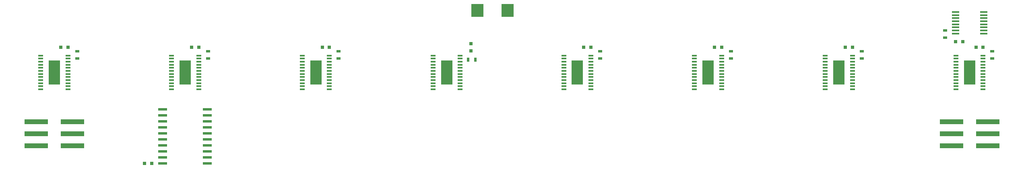
<source format=gbr>
G04 #@! TF.GenerationSoftware,KiCad,Pcbnew,(6.0.0-rc1-dev-557-ge985f797c)*
G04 #@! TF.CreationDate,2021-03-05T01:29:39+01:00*
G04 #@! TF.ProjectId,16seg_Module,31367365675F4D6F64756C652E6B6963,1.0*
G04 #@! TF.SameCoordinates,Original*
G04 #@! TF.FileFunction,Paste,Top*
G04 #@! TF.FilePolarity,Positive*
%FSLAX46Y46*%
G04 Gerber Fmt 4.6, Leading zero omitted, Abs format (unit mm)*
G04 Created by KiCad (PCBNEW (6.0.0-rc1-dev-557-ge985f797c)) date 03/05/21 01:29:39*
%MOMM*%
%LPD*%
G01*
G04 APERTURE LIST*
%ADD10R,5.000000X1.000000*%
%ADD11R,1.500000X0.450000*%
%ADD12R,2.400000X5.160000*%
%ADD13R,1.100000X0.400000*%
%ADD14R,1.950000X0.600000*%
%ADD15R,0.900000X0.500000*%
%ADD16R,0.500000X0.900000*%
%ADD17R,0.800000X0.750000*%
%ADD18R,0.750000X0.800000*%
%ADD19R,2.550000X2.700000*%
G04 APERTURE END LIST*
D10*
G04 #@! TO.C,J2*
X56810000Y-74040000D03*
X49190000Y-74040000D03*
X56810000Y-71500000D03*
X49190000Y-71500000D03*
X56810000Y-68960000D03*
X49190000Y-68960000D03*
G04 #@! TD*
D11*
G04 #@! TO.C,U10*
X248450000Y-50275000D03*
X248450000Y-49625000D03*
X248450000Y-48975000D03*
X248450000Y-48325000D03*
X248450000Y-47675000D03*
X248450000Y-47025000D03*
X248450000Y-46375000D03*
X248450000Y-45725000D03*
X242550000Y-45725000D03*
X242550000Y-46375000D03*
X242550000Y-47025000D03*
X242550000Y-47675000D03*
X242550000Y-48325000D03*
X242550000Y-48975000D03*
X242550000Y-49625000D03*
X242550000Y-50275000D03*
G04 #@! TD*
D10*
G04 #@! TO.C,J3*
X249310000Y-74040000D03*
X241690000Y-74040000D03*
X249310000Y-71500000D03*
X241690000Y-71500000D03*
X249310000Y-68960000D03*
X241690000Y-68960000D03*
G04 #@! TD*
D12*
G04 #@! TO.C,U18*
X53000000Y-58500000D03*
D13*
X50150000Y-54925000D03*
X50150000Y-55575000D03*
X50150000Y-56225000D03*
X50150000Y-56875000D03*
X50150000Y-57525000D03*
X50150000Y-58175000D03*
X50150000Y-58825000D03*
X50150000Y-59475000D03*
X50150000Y-60125000D03*
X50150000Y-60775000D03*
X50150000Y-61425000D03*
X50150000Y-62075000D03*
X55850000Y-62075000D03*
X55850000Y-61425000D03*
X55850000Y-60775000D03*
X55850000Y-60125000D03*
X55850000Y-59475000D03*
X55850000Y-58825000D03*
X55850000Y-58175000D03*
X55850000Y-57525000D03*
X55850000Y-56875000D03*
X55850000Y-56225000D03*
X55850000Y-55575000D03*
X55850000Y-54925000D03*
G04 #@! TD*
D12*
G04 #@! TO.C,U17*
X80500000Y-58500000D03*
D13*
X77650000Y-54925000D03*
X77650000Y-55575000D03*
X77650000Y-56225000D03*
X77650000Y-56875000D03*
X77650000Y-57525000D03*
X77650000Y-58175000D03*
X77650000Y-58825000D03*
X77650000Y-59475000D03*
X77650000Y-60125000D03*
X77650000Y-60775000D03*
X77650000Y-61425000D03*
X77650000Y-62075000D03*
X83350000Y-62075000D03*
X83350000Y-61425000D03*
X83350000Y-60775000D03*
X83350000Y-60125000D03*
X83350000Y-59475000D03*
X83350000Y-58825000D03*
X83350000Y-58175000D03*
X83350000Y-57525000D03*
X83350000Y-56875000D03*
X83350000Y-56225000D03*
X83350000Y-55575000D03*
X83350000Y-54925000D03*
G04 #@! TD*
D12*
G04 #@! TO.C,U16*
X108000000Y-58500000D03*
D13*
X105150000Y-54925000D03*
X105150000Y-55575000D03*
X105150000Y-56225000D03*
X105150000Y-56875000D03*
X105150000Y-57525000D03*
X105150000Y-58175000D03*
X105150000Y-58825000D03*
X105150000Y-59475000D03*
X105150000Y-60125000D03*
X105150000Y-60775000D03*
X105150000Y-61425000D03*
X105150000Y-62075000D03*
X110850000Y-62075000D03*
X110850000Y-61425000D03*
X110850000Y-60775000D03*
X110850000Y-60125000D03*
X110850000Y-59475000D03*
X110850000Y-58825000D03*
X110850000Y-58175000D03*
X110850000Y-57525000D03*
X110850000Y-56875000D03*
X110850000Y-56225000D03*
X110850000Y-55575000D03*
X110850000Y-54925000D03*
G04 #@! TD*
D12*
G04 #@! TO.C,U15*
X135500000Y-58500000D03*
D13*
X132650000Y-54925000D03*
X132650000Y-55575000D03*
X132650000Y-56225000D03*
X132650000Y-56875000D03*
X132650000Y-57525000D03*
X132650000Y-58175000D03*
X132650000Y-58825000D03*
X132650000Y-59475000D03*
X132650000Y-60125000D03*
X132650000Y-60775000D03*
X132650000Y-61425000D03*
X132650000Y-62075000D03*
X138350000Y-62075000D03*
X138350000Y-61425000D03*
X138350000Y-60775000D03*
X138350000Y-60125000D03*
X138350000Y-59475000D03*
X138350000Y-58825000D03*
X138350000Y-58175000D03*
X138350000Y-57525000D03*
X138350000Y-56875000D03*
X138350000Y-56225000D03*
X138350000Y-55575000D03*
X138350000Y-54925000D03*
G04 #@! TD*
D14*
G04 #@! TO.C,U9*
X85200000Y-77715000D03*
X85200000Y-76445000D03*
X85200000Y-75175000D03*
X85200000Y-73905000D03*
X85200000Y-72635000D03*
X85200000Y-71365000D03*
X85200000Y-70095000D03*
X85200000Y-68825000D03*
X85200000Y-67555000D03*
X85200000Y-66285000D03*
X75800000Y-66285000D03*
X75800000Y-67555000D03*
X75800000Y-68825000D03*
X75800000Y-70095000D03*
X75800000Y-71365000D03*
X75800000Y-72635000D03*
X75800000Y-73905000D03*
X75800000Y-75175000D03*
X75800000Y-76445000D03*
X75800000Y-77715000D03*
G04 #@! TD*
D12*
G04 #@! TO.C,U8*
X163000000Y-58500000D03*
D13*
X160150000Y-54925000D03*
X160150000Y-55575000D03*
X160150000Y-56225000D03*
X160150000Y-56875000D03*
X160150000Y-57525000D03*
X160150000Y-58175000D03*
X160150000Y-58825000D03*
X160150000Y-59475000D03*
X160150000Y-60125000D03*
X160150000Y-60775000D03*
X160150000Y-61425000D03*
X160150000Y-62075000D03*
X165850000Y-62075000D03*
X165850000Y-61425000D03*
X165850000Y-60775000D03*
X165850000Y-60125000D03*
X165850000Y-59475000D03*
X165850000Y-58825000D03*
X165850000Y-58175000D03*
X165850000Y-57525000D03*
X165850000Y-56875000D03*
X165850000Y-56225000D03*
X165850000Y-55575000D03*
X165850000Y-54925000D03*
G04 #@! TD*
D12*
G04 #@! TO.C,U7*
X190500000Y-58500000D03*
D13*
X187650000Y-54925000D03*
X187650000Y-55575000D03*
X187650000Y-56225000D03*
X187650000Y-56875000D03*
X187650000Y-57525000D03*
X187650000Y-58175000D03*
X187650000Y-58825000D03*
X187650000Y-59475000D03*
X187650000Y-60125000D03*
X187650000Y-60775000D03*
X187650000Y-61425000D03*
X187650000Y-62075000D03*
X193350000Y-62075000D03*
X193350000Y-61425000D03*
X193350000Y-60775000D03*
X193350000Y-60125000D03*
X193350000Y-59475000D03*
X193350000Y-58825000D03*
X193350000Y-58175000D03*
X193350000Y-57525000D03*
X193350000Y-56875000D03*
X193350000Y-56225000D03*
X193350000Y-55575000D03*
X193350000Y-54925000D03*
G04 #@! TD*
D12*
G04 #@! TO.C,U6*
X218000000Y-58500000D03*
D13*
X215150000Y-54925000D03*
X215150000Y-55575000D03*
X215150000Y-56225000D03*
X215150000Y-56875000D03*
X215150000Y-57525000D03*
X215150000Y-58175000D03*
X215150000Y-58825000D03*
X215150000Y-59475000D03*
X215150000Y-60125000D03*
X215150000Y-60775000D03*
X215150000Y-61425000D03*
X215150000Y-62075000D03*
X220850000Y-62075000D03*
X220850000Y-61425000D03*
X220850000Y-60775000D03*
X220850000Y-60125000D03*
X220850000Y-59475000D03*
X220850000Y-58825000D03*
X220850000Y-58175000D03*
X220850000Y-57525000D03*
X220850000Y-56875000D03*
X220850000Y-56225000D03*
X220850000Y-55575000D03*
X220850000Y-54925000D03*
G04 #@! TD*
D12*
G04 #@! TO.C,U5*
X245500000Y-58500000D03*
D13*
X242650000Y-54925000D03*
X242650000Y-55575000D03*
X242650000Y-56225000D03*
X242650000Y-56875000D03*
X242650000Y-57525000D03*
X242650000Y-58175000D03*
X242650000Y-58825000D03*
X242650000Y-59475000D03*
X242650000Y-60125000D03*
X242650000Y-60775000D03*
X242650000Y-61425000D03*
X242650000Y-62075000D03*
X248350000Y-62075000D03*
X248350000Y-61425000D03*
X248350000Y-60775000D03*
X248350000Y-60125000D03*
X248350000Y-59475000D03*
X248350000Y-58825000D03*
X248350000Y-58175000D03*
X248350000Y-57525000D03*
X248350000Y-56875000D03*
X248350000Y-56225000D03*
X248350000Y-55575000D03*
X248350000Y-54925000D03*
G04 #@! TD*
D15*
G04 #@! TO.C,R9*
X57800000Y-55550000D03*
X57800000Y-54050000D03*
G04 #@! TD*
G04 #@! TO.C,R8*
X85300000Y-55550000D03*
X85300000Y-54050000D03*
G04 #@! TD*
G04 #@! TO.C,R7*
X112800000Y-55550000D03*
X112800000Y-54050000D03*
G04 #@! TD*
D16*
G04 #@! TO.C,R6*
X140050000Y-55800000D03*
X141550000Y-55800000D03*
G04 #@! TD*
D15*
G04 #@! TO.C,R5*
X240400000Y-49650000D03*
X240400000Y-51150000D03*
G04 #@! TD*
G04 #@! TO.C,R4*
X167800000Y-55550000D03*
X167800000Y-54050000D03*
G04 #@! TD*
G04 #@! TO.C,R3*
X195300000Y-55550000D03*
X195300000Y-54050000D03*
G04 #@! TD*
G04 #@! TO.C,R2*
X222800000Y-55550000D03*
X222800000Y-54050000D03*
G04 #@! TD*
G04 #@! TO.C,R1*
X250300000Y-55550000D03*
X250300000Y-54050000D03*
G04 #@! TD*
D17*
G04 #@! TO.C,C11*
X54350000Y-53200000D03*
X55850000Y-53200000D03*
G04 #@! TD*
G04 #@! TO.C,C10*
X81850000Y-53200000D03*
X83350000Y-53200000D03*
G04 #@! TD*
G04 #@! TO.C,C9*
X109350000Y-53200000D03*
X110850000Y-53200000D03*
G04 #@! TD*
D18*
G04 #@! TO.C,C8*
X140600000Y-52450000D03*
X140600000Y-53950000D03*
G04 #@! TD*
D17*
G04 #@! TO.C,C7*
X244050000Y-52000000D03*
X242550000Y-52000000D03*
G04 #@! TD*
G04 #@! TO.C,C6*
X73450000Y-77700000D03*
X71950000Y-77700000D03*
G04 #@! TD*
D19*
G04 #@! TO.C,C5*
X141975000Y-45400000D03*
X148325000Y-45400000D03*
G04 #@! TD*
D17*
G04 #@! TO.C,C4*
X164350000Y-53200000D03*
X165850000Y-53200000D03*
G04 #@! TD*
G04 #@! TO.C,C3*
X191850000Y-53200000D03*
X193350000Y-53200000D03*
G04 #@! TD*
G04 #@! TO.C,C2*
X219350000Y-53200000D03*
X220850000Y-53200000D03*
G04 #@! TD*
G04 #@! TO.C,C1*
X246850000Y-53200000D03*
X248350000Y-53200000D03*
G04 #@! TD*
M02*

</source>
